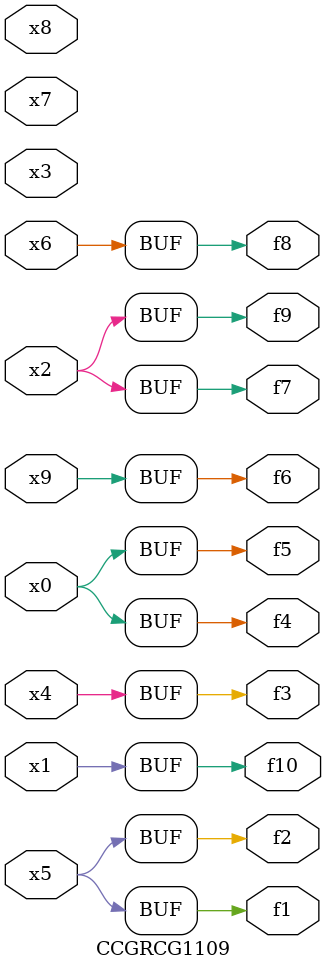
<source format=v>
module CCGRCG1109(
	input x0, x1, x2, x3, x4, x5, x6, x7, x8, x9,
	output f1, f2, f3, f4, f5, f6, f7, f8, f9, f10
);
	assign f1 = x5;
	assign f2 = x5;
	assign f3 = x4;
	assign f4 = x0;
	assign f5 = x0;
	assign f6 = x9;
	assign f7 = x2;
	assign f8 = x6;
	assign f9 = x2;
	assign f10 = x1;
endmodule

</source>
